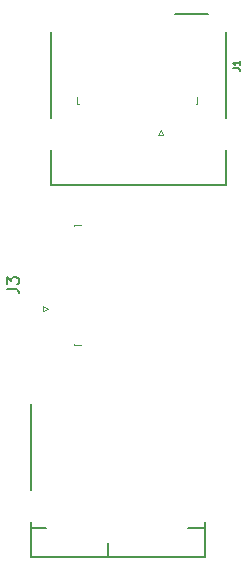
<source format=gbr>
%TF.GenerationSoftware,KiCad,Pcbnew,8.0.4*%
%TF.CreationDate,2024-08-27T23:39:26+01:00*%
%TF.ProjectId,qmmister-sd-relocate,716d6d69-7374-4657-922d-73642d72656c,rev?*%
%TF.SameCoordinates,Original*%
%TF.FileFunction,Legend,Top*%
%TF.FilePolarity,Positive*%
%FSLAX46Y46*%
G04 Gerber Fmt 4.6, Leading zero omitted, Abs format (unit mm)*
G04 Created by KiCad (PCBNEW 8.0.4) date 2024-08-27 23:39:26*
%MOMM*%
%LPD*%
G01*
G04 APERTURE LIST*
%ADD10C,0.150000*%
%ADD11C,0.120000*%
G04 APERTURE END LIST*
D10*
X38504819Y-58253333D02*
X39219104Y-58253333D01*
X39219104Y-58253333D02*
X39361961Y-58300952D01*
X39361961Y-58300952D02*
X39457200Y-58396190D01*
X39457200Y-58396190D02*
X39504819Y-58539047D01*
X39504819Y-58539047D02*
X39504819Y-58634285D01*
X38504819Y-57872380D02*
X38504819Y-57253333D01*
X38504819Y-57253333D02*
X38885771Y-57586666D01*
X38885771Y-57586666D02*
X38885771Y-57443809D01*
X38885771Y-57443809D02*
X38933390Y-57348571D01*
X38933390Y-57348571D02*
X38981009Y-57300952D01*
X38981009Y-57300952D02*
X39076247Y-57253333D01*
X39076247Y-57253333D02*
X39314342Y-57253333D01*
X39314342Y-57253333D02*
X39409580Y-57300952D01*
X39409580Y-57300952D02*
X39457200Y-57348571D01*
X39457200Y-57348571D02*
X39504819Y-57443809D01*
X39504819Y-57443809D02*
X39504819Y-57729523D01*
X39504819Y-57729523D02*
X39457200Y-57824761D01*
X39457200Y-57824761D02*
X39409580Y-57872380D01*
X57634676Y-39590332D02*
X58091819Y-39590332D01*
X58091819Y-39590332D02*
X58183247Y-39620809D01*
X58183247Y-39620809D02*
X58244200Y-39681761D01*
X58244200Y-39681761D02*
X58274676Y-39773190D01*
X58274676Y-39773190D02*
X58274676Y-39834142D01*
X58274676Y-38950332D02*
X58274676Y-39316047D01*
X58274676Y-39133190D02*
X57634676Y-39133190D01*
X57634676Y-39133190D02*
X57726104Y-39194142D01*
X57726104Y-39194142D02*
X57787057Y-39255094D01*
X57787057Y-39255094D02*
X57817533Y-39316047D01*
D11*
%TO.C,J3*%
X41600000Y-59720000D02*
X41600000Y-60120000D01*
X41600000Y-60120000D02*
X42000000Y-59920000D01*
X42000000Y-59920000D02*
X41600000Y-59720000D01*
X44190000Y-52845000D02*
X44790000Y-52845000D01*
X44190000Y-52955000D02*
X44190000Y-52845000D01*
X44190000Y-62885000D02*
X44190000Y-62995000D01*
X44190000Y-62995000D02*
X44790000Y-62995000D01*
D10*
%TO.C,J2*%
X40534968Y-75271855D02*
X40534968Y-68021855D01*
X40534968Y-78510928D02*
X40534968Y-78032783D01*
X40534968Y-81000000D02*
X40534968Y-78500000D01*
X40534968Y-81000000D02*
X41550000Y-81000000D01*
X41550000Y-81000000D02*
X47050000Y-81000000D01*
X41800000Y-78500000D02*
X40534968Y-78500000D01*
X47050000Y-79800000D02*
X47050000Y-81000000D01*
X47050000Y-81000000D02*
X52550000Y-81000000D01*
X52484968Y-81000000D02*
X55284968Y-81000000D01*
X53884968Y-78500000D02*
X55284968Y-78500000D01*
X55284968Y-78500000D02*
X55284968Y-78021855D01*
X55284968Y-81000000D02*
X55284968Y-78500000D01*
D11*
%TO.C,J4*%
X44475000Y-42635000D02*
X44475000Y-42035000D01*
X44585000Y-42635000D02*
X44475000Y-42635000D01*
X51350000Y-45225000D02*
X51750000Y-45225000D01*
X51550000Y-44825000D02*
X51350000Y-45225000D01*
X51750000Y-45225000D02*
X51550000Y-44825000D01*
X54515000Y-42635000D02*
X54625000Y-42635000D01*
X54625000Y-42635000D02*
X54625000Y-42035000D01*
D10*
%TO.C,J1*%
X42284968Y-43771855D02*
X42284968Y-36521855D01*
X42284968Y-47010928D02*
X42284968Y-46532783D01*
X42284968Y-49500000D02*
X42284968Y-47000000D01*
X42284968Y-49500000D02*
X43300000Y-49500000D01*
X43300000Y-49500000D02*
X48800000Y-49500000D01*
X48800000Y-49500000D02*
X54300000Y-49500000D01*
X54234968Y-49500000D02*
X57034968Y-49500000D01*
X55534968Y-35021855D02*
X52784968Y-35021855D01*
X57034968Y-43771855D02*
X57034968Y-36521855D01*
X57034968Y-47000000D02*
X57034968Y-46521855D01*
X57034968Y-49500000D02*
X57034968Y-47000000D01*
%TD*%
M02*

</source>
